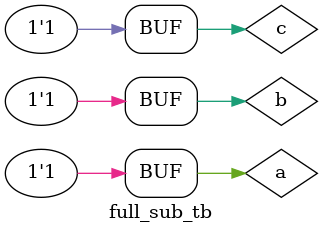
<source format=v>
module full_sub(input a,b,c, output result,borrow);

assign result= a ^ b ^ c;
assign borrow = (~a & b)|((~a + b)&c);
endmodule

//test bench

module full_sub_tb;

reg a,b,c;
wire result,borrow;

full_sub fs(.a(a),.b(b),.c(c),.result(result),.borrow(borrow));

initial begin

a=0; b=0; c=0; #10;

a=0; b=0; c=1; #10;

a=0; b=1; c=0; #10;

a=0; b=1; c=1; #10;

a=1; b=0; c=0; #10;

a=1; b=0; c=1; #10;

a=0; b=1; c=1; #10;

a=1; b=1; c=1; #10;

end 

endmodule

</source>
